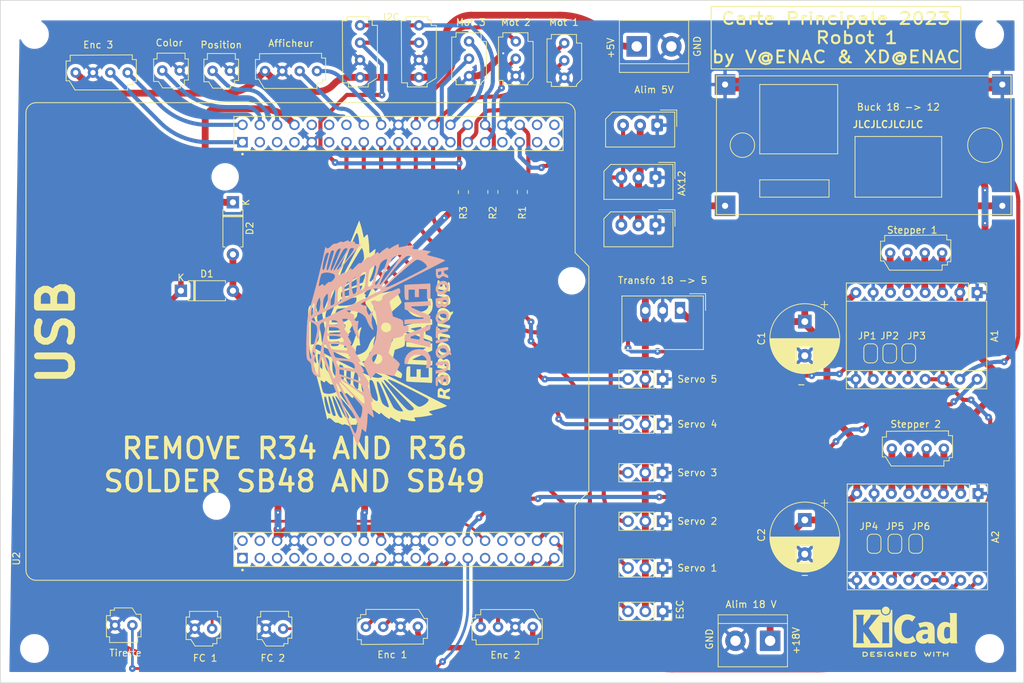
<source format=kicad_pcb>
(kicad_pcb (version 20211014) (generator pcbnew)
  (layers (0 "F.Cu" signal) (31 "B.Cu" signal) (34 "B.Paste" user) (35 "F.Paste" user) (36 "B.SilkS" user "B.Silkscreen") (37 "F.SilkS" user "F.Silkscreen") (38 "B.Mask" user) (39 "F.Mask" user) (44 "Edge.Cuts" user))
  (net 0 "")
  (net 1 "GND")
  (net 2 "+5V")
  (net 3 "Net-(A1-Pad3)")
  (net 4 "Net-(A1-Pad4)")
  (net 5 "Net-(A1-Pad5)")
  (net 6 "Net-(A1-Pad6)")
  (net 7 "+18V")
  (net 8 "Net-(A1-Pad10)")
  (net 9 "Net-(A1-Pad11)")
  (net 10 "Net-(A1-Pad12)")
  (net 11 "+3.3V")
  (net 12 "Stepper1_STP")
  (net 13 "Stepper1_dir")
  (net 14 "Net-(A2-Pad3)")
  (net 15 "Net-(A2-Pad4)")
  (net 16 "Net-(A2-Pad5)")
  (net 17 "Net-(A2-Pad6)")
  (net 18 "Net-(A2-Pad10)")
  (net 19 "Net-(A2-Pad11)")
  (net 20 "Net-(A2-Pad12)")
  (net 21 "Stepper2_STP")
  (net 22 "Stepper2_dir")
  (net 23 "Stepper2_FinCourse")
  (net 24 "Stepper1_FinCourse")
  (net 25 "ESC_PWM")
  (net 26 "Servo1")
  (net 27 "Servo2")
  (net 28 "Servo3")
  (net 29 "Servo4")
  (net 30 "Servo5")
  (net 31 "+12V")
  (net 32 "Signal_AX12A")
  (net 33 "MOT1_PWM")
  (net 34 "MOT1_DIR")
  (net 35 "MOT2_PWM")
  (net 36 "MOT2_DIR")
  (net 37 "MOT3_PWM")
  (net 38 "MOT3_DIR")
  (net 39 "5V_Logic")
  (net 40 "Couleur")
  (net 41 "Position")
  (net 42 "Tirette")
  (net 43 "I2C_SDA")
  (net 44 "I2C_SCL")
  (net 45 "DIO_Afficheur")
  (net 46 "CLK_Afficheur")
  (net 47 "Enc1_A")
  (net 48 "Enc1_B")
  (net 49 "Enc2_A")
  (net 50 "Enc2_B")
  (net 51 "Enc3_A")
  (net 52 "Enc3_B")
  (net 86 "Net-(D1-Pad2)")
  (net 87 "Net-(D2-Pad1)")
  (footprint "Connector_Molex:Molex_SPOX_5267-03A_1x03_P2.50mm_Vertical" (layer "F.Cu") (at 131.024 57.912 180)
    (fp_text reference "J10" hide)
    (fp_text value "Conn_01x03_Male" hide)
  )
  (footprint "Connector_PinSocket_2.54mm:PinSocket_1x03_P2.54mm_Vertical" (layer "F.Cu") (at 132.08 108.204 -90)
    (fp_text reference "Servo 1")
    (fp_text value "Conn_01x03_Male" hide)
  )
  (footprint "Resistor_SMD:R_0805_2012Metric_Pad1.20x1.40mm_HandSolder" (layer "F.Cu") (at 102.87 53.102 90)
    (fp_text reference "R3")
    (fp_text value "2.2k")
  )
  (footprint "library:HE14_EMBASE_1x02" (layer "F.Cu") (at 55.118 116.586 180)
    (fp_text reference "Tirette")
    (fp_text value "Conn_01x02_Male" hide)
  )
  (footprint "Jumper:SolderJumper-2_P1.3mm_Open_RoundedPad1.0x1.5mm" (layer "F.Cu") (at 165.354 76.738 -90)
    (fp_text reference "JP2")
    (fp_text value "SolderJumper_2_Open" hide)
  )
  (footprint "TerminalBlock:TerminalBlock_bornier-2_P5.08mm" (layer "F.Cu") (at 147.828 118.872 180)
    (fp_text reference "Alim 18 V")
    (fp_text value "Screw_Terminal_01x02" hide)
  )
  (footprint "Connector_PinSocket_2.54mm:PinSocket_1x03_P2.54mm_Vertical" (layer "F.Cu") (at 132.08 87.122 -90)
    (fp_text reference "Servo 4")
    (fp_text value "Conn_01x03_Male" hide)
  )
  (footprint "library:HE14_EMBASE_1x04" (layer "F.Cu") (at 87.725 36.287 90)
    (fp_text reference "J23" hide)
    (fp_text value "Conn_01x04_Male" hide)
  )
  (footprint "Symbol:KiCad-Logo2_6mm_SilkScreen" (layer "F.Cu") (at 167.64 116.84)
    (fp_text reference "REF**" hide)
    (fp_text value "KiCad-Logo2_6mm_SilkScreen" hide)
  )
  (footprint "Jumper:SolderJumper-2_P1.3mm_Open_RoundedPad1.0x1.5mm" (layer "F.Cu") (at 162.56 76.738 -90)
    (fp_text reference "JP1")
    (fp_text value "SolderJumper_2_Open" hide)
  )
  (footprint "Resistor_SMD:R_0805_2012Metric_Pad1.20x1.40mm_HandSolder" (layer "F.Cu") (at 107.188 53.086 90)
    (fp_text reference "R2")
    (fp_text value "2.2k")
  )
  (footprint "Jumper:SolderJumper-2_P1.3mm_Open_RoundedPad1.0x1.5mm" (layer "F.Cu") (at 169.164 104.648 -90)
    (fp_text reference "JP6")
    (fp_text value "SolderJumper_2_Open" hide)
  )
  (footprint "library:HE14_EMBASE_1x04" (layer "F.Cu") (at 96.201 116.81 180)
    (fp_text reference "Enc 1")
    (fp_text value "Conn_01x04_Male" hide)
  )
  (footprint "MountingHole:MountingHole_3.2mm_M3" (layer "F.Cu") (at 180 30)
    (fp_text reference "REF**" hide)
    (fp_text value "MountingHole_3.2mm_M3" hide)
  )
  (footprint "library:HE14_EMBASE_1x02" (layer "F.Cu") (at 62.738 117.094)
    (fp_text reference "FC 1")
    (fp_text value "Conn_01x02_Male" hide)
  )
  (footprint "library:HE14_EMBASE_1x04" (layer "F.Cu") (at 46.039 35.59)
    (fp_text reference "Enc 3")
    (fp_text value "Conn_01x04_Male" hide)
  )
  (footprint "Converter_DCDC:Converter_DCDC_TRACO_TSR-1_THT" (layer "F.Cu") (at 134.62 70.4535 180)
    (fp_text reference "Transfo 18 -> 5")
    (fp_text value "TSR_1-2450" hide)
  )
  (footprint "MountingHole:MountingHole_3.2mm_M3" (layer "F.Cu") (at 180 120)
    (fp_text reference "REF**" hide)
    (fp_text value "MountingHole_3.2mm_M3" hide)
  )
  (footprint "library:HE14_EMBASE_1x04" (layer "F.Cu") (at 165.419 62.006)
    (fp_text reference "Stepper 1")
    (fp_text value "Conn_01x04_Male" hide)
  )
  (footprint "library:HE14_EMBASE_1x04" (layer "F.Cu") (at 165.673 90.708)
    (fp_text reference "Stepper 2")
    (fp_text value "Conn_01x04_Male" hide)
  )
  (footprint "library:HE14_EMBASE_1x03" (layer "F.Cu") (at 103.697 36.098 90)
    (fp_text reference "Mot 3")
    (fp_text value "Conn_01x03_Male" hide)
  )
  (footprint "Connector_Molex:Molex_SPOX_5267-03A_1x03_P2.50mm_Vertical" (layer "F.Cu") (at 131.278 43.292 180)
    (fp_text reference "J11" hide)
    (fp_text value "Conn_01x03_Male" hide)
  )
  (footprint "Jumper:SolderJumper-2_P1.3mm_Open_RoundedPad1.0x1.5mm" (layer "F.Cu") (at 168.148 76.738 -90)
    (fp_text reference "JP3")
    (fp_text value "SolderJumper_2_Open" hide)
  )
  (footprint "Jumper:SolderJumper-2_P1.3mm_Open_RoundedPad1.0x1.5mm" (layer "F.Cu") (at 166.116 104.648 -90)
    (fp_text reference "JP5")
    (fp_text value "SolderJumper_2_Open" hide)
  )
  (footprint "MountingHole:MountingHole_3.2mm_M3" (layer "F.Cu") (at 40 120)
    (fp_text reference "REF**" hide)
    (fp_text value "MountingHole_3.2mm_M3" hide)
  )
  (footprint "library:HE14_EMBASE_1x04" (layer "F.Cu") (at 96.361 36.287 90)
    (fp_text reference "I2C")
    (fp_text value "Conn_01x04_Male" hide)
  )
  (footprint "Jumper:SolderJumper-2_P1.3mm_Open_RoundedPad1.0x1.5mm" (layer "F.Cu") (at 163.068 104.648 -90)
    (fp_text reference "JP4")
    (fp_text value "SolderJumper_2_Open" hide)
  )
  (footprint "MountingHole:MountingHole_3.2mm_M3" (layer "F.Cu") (at 40 30)
    (fp_text reference "REF**" hide)
    (fp_text value "MountingHole_3.2mm_M3" hide)
  )
  (footprint "library:HE14_EMBASE_1x02" (layer "F.Cu") (at 73.152 117.094)
    (fp_text reference "FC 2")
    (fp_text value "Conn_01x02_Male" hide)
  )
  (footprint "Diode_THT:D_A-405_P7.62mm_Horizontal" (layer "F.Cu") (at 61.468 67.564)
    (fp_text reference "D1")
    (fp_text value "DIODE")
  )
  (footprint "library:LM2596" (layer "F.Cu") (at 161.544 46.228 180)
    (fp_text reference "Buck 18 -> 12")
    (fp_text value "LM2596")
  )
  (footprint "library:HE14_EMBASE_1x04" (layer "F.Cu") (at 113.03 116.84 180)
    (fp_text reference "Enc 2")
    (fp_text value "Conn_01x04_Male" hide)
  )
  (footprint "Connector_PinSocket_2.54mm:PinSocket_1x03_P2.54mm_Vertical" (layer "F.Cu") (at 132.08 101.346 -90)
    (fp_text reference "Servo 2")
    (fp_text value "Conn_01x03_Male" hide)
  )
  (footprint "library:logo" (layer "F.Cu") (at 90.678 72.39 90)
    (fp_text reference "G***" hide)
    (fp_text value "LOGO" hide)
  )
  (footprint "Module:Pololu_Breakout-16_15.2x20.3mm" (layer "F.Cu") (at 178.175677 67.838 -90)
    (fp_text reference "A1")
    (fp_text value "Pololu_Breakout_A4988" hide)
  )
  (footprint "Capacitor_THT:CP_Radial_D10.0mm_P5.00mm" (layer "F.Cu") (at 152.908 72.084323 -90)
    (fp_text reference "C1")
    (fp_text value "100µF")
  )
  (footprint "library:HE14_EMBASE_1x04" (layer "F.Cu") (at 73.79 35.366)
    (fp_text reference "Afficheur")
    (fp_text value "Conn_01x04_Male" hide)
  )
  (footprint "TerminalBlock:TerminalBlock_bornier-2_P5.08mm" (layer "F.Cu") (at 128.27 31.75)
    (fp_text reference "Alim 5V")
    (fp_text value "Screw_Terminal_01x02" hide)
  )
  (footprint "Resistor_SMD:R_0805_2012Metric_Pad1.20x1.40mm_HandSolder" (layer "F.Cu") (at 111.506 53.086 90)
    (fp_text reference "R1")
    (fp_text value "1k")
  )
  (footprint "library:ST_NUCLEO-F401RE" (layer "F.Cu") (at 80 75 90)
    (fp_text reference "U2")
    (fp_text value "NUCLEO-F476RG")
  )
  (footprint "Connector_PinSocket_2.54mm:PinSocket_1x03_P2.54mm_Vertical" (layer "F.Cu") (at 132.08 114.554 -90)
    (fp_text reference "ESC")
    (fp_text value "Conn_01x03_Male" hide)
  )
  (footprint "Module:Pololu_Breakout-16_15.2x20.3mm" (layer "F.Cu") (at 178.308 97.292 -90)
    (fp_text reference "A2")
    (fp_text value "Pololu_Breakout_A4988" hide)
  )
  (footprint "library:HE14_EMBASE_1x03" (layer "F.Cu") (at 110.555 36.098 90)
    (fp_text reference "Mot 2")
    (fp_text value "Conn_01x03_Male" hide)
  )
  (footprint "Capacitor_THT:CP_Radial_D10.0mm_P5.00mm" (layer "F.Cu") (at 152.908 101.163938 -90)
    (fp_text reference "C2")
    (fp_text value "100µF")
  )
  (footprint "library:HE14_EMBASE_1x02" (layer "F.Cu") (at 65.343 35.336)
    (fp_text reference "Position")
    (fp_text value "Conn_01x02_Male" hide)
  )
  (footprint "Connector_PinSocket_2.54mm:PinSocket_1x03_P2.54mm_Vertical" (layer "F.Cu") (at 132.065 94.234 -90)
    (fp_text reference "Servo 3")
    (fp_text value "Conn_01x03_Male" hide)
  )
  (footprint "Connector_PinSocket_2.54mm:PinSocket_1x03_P2.54mm_Vertical" (layer "F.Cu") (at 132.08 80.518 -90)
    (fp_text reference "Servo 5")
    (fp_text value "Conn_01x03_Male" hide)
  )
  (footprint "library:HE14_EMBASE_1x03" (layer "F.Cu") (at 117.667 36.352 90)
    (fp_text reference "Mot 1")
    (fp_text value "Conn_01x03_Male" hide)
  )
  (footprint "Diode_THT:D_A-405_P7.62mm_Horizontal" (layer "F.Cu") (at 69.088 54.61 -90)
    (fp_text reference "D2")
    (fp_text value "DIODE")
  )
  (footprint "Connector_Molex:Molex_SPOX_5267-03A_1x03_P2.50mm_Vertical" (layer "F.Cu") (at 131.024 50.962 180)
    (fp_text reference "AX12")
    (fp_text value "Conn_01x03_Male" hide)
  )
  (footprint "library:HE14_EMBASE_1x02" (layer "F.Cu") (at 57.977 35.286)
    (fp_text reference "Color")
    (fp_text value "Conn_01x02_Male" hide)
  )
  (footprint "library:logo" (layer "B.Cu") (at 90.424 75.184 -90)
    (fp_text reference "G***" hide)
    (fp_text value "LOGO" hide)
  )
  (gr_rect (start 139.192 35.052) (end 175.768 25.908) (layer "F.SilkS") (width 0.15) (fill none))
  (gr_rect (start 35 25) (end 185 125) (layer "Edge.Cuts") (width 0.1) (fill none))
  (gr_text "-" (at 152.908 109.22) (layer "F.SilkS") (effects (font (size 1 1))))
  (gr_text "+18V" (at 151.638 118.872 90) (layer "F.SilkS") (effects (font (size 1 1))))
  (gr_text "GND" (at 137.16 31.75 90) (layer "F.SilkS") (effects (font (size 1 1))))
  (gr_text "+5V" (at 124.46 32.004 90) (layer "F.SilkS") (effects (font (size 1 1))))
  (gr_text "JLCJLCJLCJLC" (at 165.1 43.18) (layer "F.SilkS") (effects (font (size 1 1) (thickness 0.2))))
  (gr_text "USB" (at 43.18 73.66 90) (layer "F.SilkS") (effects (font (size 5 5) (thickness 1))))
  (gr_text "GND" (at 138.938 118.618 90) (layer "F.SilkS") (effects (font (size 1 1))))
  (gr_text "Carte Principale 2023\n    Robot 1\nby V@ENAC & XD@ENAC" (at 157.48 30.48) (layer "F.SilkS") (effects (font (size 1.75 2) (thickness 0.3))))
  (gr_text "REMOVE R34 AND R36\nSOLDER SB48 AND SB49" (at 78.105 93.091) (layer "F.SilkS") (effects (font (size 3 3) (thickness 0.5))))
  (gr_text "-" (at 152.4 81.28) (layer "F.SilkS") (effects (font (size 1 1))))
  (segment (start 141.224 37.338) (end 181.864 37.338) (width 2) (layer "F.Cu") (net 1))
  (segment (start 103.697 36.098) (end 104.551573 36.098) (width 1) (layer "F.Cu") (net 1))
  (segment (start 105.965787 35.512213) (end 108.712 32.766) (width 1) (layer "F.Cu") (net 1))
  (via (at 108.712 32.766) (size 1) (drill 0.3) (layers "F.Cu" "B.Cu") (net 1))
  (arc (start 104.551573 36.098) (mid 105.31694 35.945759) (end 105.965787 35.512213) (width 1) (layer "F.Cu") (net 1))
  (segment (start 175.768 97.292) (end 175.768 91.772136) (width 1) (layer "F.Cu") (net 2))
  (segment (start 178.696932 84.701068) (end 180.516214 82.881786) (width 1) (layer "F.Cu") (net 2))
  (segment (start 175.635677 67.838) (end 175.635677 67.76275) (width 1) (layer "F.Cu") (net 2))
  (segment (start 148.066135 56.657865) (end 142.823398 61.900602) (width 1) (layer "F.Cu") (net 2))
  (segment (start 129.525 101.331) (end 129.54 101.346) (width 1) (layer "F.Cu") (net 2))
  (segment (start 129.54 80.518) (end 129.54 87.122) (width 1) (layer "F.Cu") (net 2))
  (segment (start 129.54 70.4535) (end 129.54 80.518) (width 1) (layer "F.Cu") (net 2))
  (segment (start 179.324 61.174932) (end 179.324 57.658) (width 1) (layer "F.Cu") (net 2))
  (segment (start 129.54 94.219) (end 129.525 94.234) (width 1) (layer "F.Cu") (net 2))
  (segment (start 129.54 68.646427) (end 129.54 70.4535) (width 1) (layer "F.Cu") (net 2))
  (segment (start 129.54 108.204) (end 129.54 114.554) (width 1) (layer "F.Cu") (net 2))
  (segment (start 181.102 81.467573) (end 181.102 80.584427) (width 1) (layer "F.Cu") (net 2))
  (segment (start 132.216797 66.294) (end 131.892427 66.294) (width 1) (layer "F.Cu") (net 2))
  (segment (start 130.478213 66.879787) (end 130.125786 67.232214) (width 1) (layer "F.Cu") (net 2))
  (segment (start 179.324 52.832) (end 179.324 52.484214) (width 1) (layer "F.Cu") (net 2))
  (segment (start 179.031107 51.777107) (end 178.639786 51.385786) (width 1) (layer "F.Cu") (net 2))
  (segment (start 129.54 87.122) (end 129.54 94.219) (width 1) (layer "F.Cu") (net 2))
  (segment (start 180.516213 79.170213) (end 176.80725 75.46125) (width 1) (layer "F.Cu") (net 2))
  (segment (start 175.635677 72.632823) (end 175.635677 67.838) (width 1) (layer "F.Cu") (net 2))
  (segment (start 176.221464 66.348536) (end 177.859534 64.710466) (width 1) (layer "F.Cu") (net 2))
  (segment (start 177.225573 50.8) (end 162.208271 50.8) (width 1) (layer "F.Cu") (net 2))
  (segment (start 129.54 101.346) (end 129.54 108.204) (width 1) (layer "F.Cu") (net 2))
  (segment (start 129.525 94.234) (end 129.525 101.331) (width 1) (layer "F.Cu") (net 2))
  (via (at 179.324 52.832) (size 1) (drill 0.3) (layers "F.Cu" "B.Cu") (net 2))
  (via (at 179.324 57.658) (size 1) (drill 0.3) (layers "F.Cu" "B.Cu") (net 2))
  (arc (start 176.221464 66.348536) (mid 175.787918 66.997383) (end 175.635677 67.76275) (width 1) (layer "F.Cu") (net 2))
  (arc (start 177.859534 64.710466) (mid 178.943398 63.088349) (end 179.324 61.174932) (width 1) (layer "F.Cu") (net 2))
  (arc (start 181.102 81.467573) (mid 180.949759 82.23294) (end 180.516214 82.881786) (width 1) (layer "F.Cu") (net 2))
  (arc (start 131.892427 66.294) (mid 131.12706 66.446241) (end 130.478213 66.879787) (width 1) (layer "F.Cu") (net 2))
  (arc (start 148.066135 56.657865) (mid 154.554602 52.32241) (end 162.208271 50.8) (width 1) (layer "F.Cu") (net 2))
  (arc (start 175.635677 72.632823) (mid 175.940159 74.163557) (end 176.80725 75.46125) (width 1) (layer "F.Cu") (net 2))
  (arc (start 129.54 68.646427) (mid 129.692241 67.88106) (end 130.125786 67.232214) (width 1) (layer "F.Cu") (net 2))
  (arc (start 142.823398 61.900602) (mid 137.957048 65.152193) (end 132.216797 66.294) (width 1) (layer "F.Cu") (net 2))
  (arc (start 178.639786 51.385786) (mid 177.99094 50.952241) (end 177.225573 50.8) (width 1) (layer "F.Cu") (net 2))
  (arc (start 181.102 80.584427) (mid 180.949759 79.81906) (end 180.516213 79.170213) (width 1) (layer "F.Cu") (net 2))
  (arc (start 175.768 91.772136) (mid 176.529205 87.945302) (end 178.696932 84.701068) (width 1) (layer "F.Cu") (net 2))
  (arc (start 179.031107 51.777107) (mid 179.24788 52.10153) (end 179.324 52.484214) (width 1) (layer "F.Cu") (net 2))
  (segment (start 179.324 57.658) (end 179.324 52.832) (width 1) (layer "B.Cu") (net 2))
  (segment (start 173.039 67.781323) (end 173.095677 67.838) (width 1) (layer "F.Cu") (net 3))
  (segment (start 173.039 62.006) (end 173.039 67.781323) (width 1) (layer "F.Cu") (net 3))
  (segment (start 170.499 67.781323) (end 170.555677 67.838) (width 1) (layer "F.Cu") (net 4))
  (segment (start 170.499 62.006) (end 170.499 67.781323) (width 1) (layer "F.Cu") (net 4))
  (segment (start 167.959 67.781323) (end 168.015677 67.838) (width 1) (layer "F.Cu") (net 5))
  (segment (start 167.959 62.006) (end 167.959 67.781323) (width 1) (layer "F.Cu") (net 5))
  (segment (start 165.419 62.006) (end 165.419 67.781323) (width 1) (layer "F.Cu") (net 6))
  (segment (start 165.419 67.781323) (end 165.475677 67.838) (width 1) (layer "F.Cu") (net 6))
  (segment (start 152.908 101.163938) (end 154.584994 101.163938) (width 1) (layer "F.Cu") (net 7))
  (segment (start 152.908 101.163938) (end 150.756932 103.315006) (width 1) (layer "F.Cu") (net 7))
  (segment (start 152.908 72.39) (end 156.149354 75.631354) (width 1) (layer "F.Cu") (net 7))
  (segment (start 166.448136 55.118) (end 181.864 55.118) (width 1) (layer "F.Cu") (net 7))
  (segment (start 152.908 72.084323) (end 137.493464 72.084323) (width 1) (layer "F.Cu") (net 7))
  (segment (start 156.149354 83.212286) (end 156.149354 75.631354) (width 1) (layer "F.Cu") (net 7))
  (segment (start 152.908 72.084323) (end 152.908 68.658136) (width 1) (layer "F.Cu") (net 7))
  (segment (start 156.149354 75.631354) (end 156.149354 75.398031) (width 1) (layer "F.Cu") (net 7))
  (segment (start 155.836932 61.587068) (end 159.377068 58.046932) (width 1) (layer "F.Cu") (net 7))
  (segment (start 147.828 110.386074) (end 147.828 118.872) (width 1) (layer "F.Cu") (net 7))
  (segment (start 158.120528 99.699472) (end 160.528 97.292) (width 1) (layer "F.Cu") (net 7))
  (segment (start 159.063534 88.197534) (end 157.61382 86.74782) (width 1) (layer "F.Cu") (net 7))
  (segment (start 158.4925 69.741177) (end 160.395677 67.838) (width 1) (layer "F.Cu") (net 7))
  (segment (start 135.372143 71.205643) (end 134.62 70.4535) (width 1) (layer "F.Cu") (net 7))
  (segment (start 160.528 97.292) (end 160.528 91.733068) (width 1) (layer "F.Cu") (net 7))
  (segment (start 152.908 72.084323) (end 152.908 72.39) (width 1) (layer "F.Cu") (net 7))
  (arc (start 160.528 91.733068) (mid 160.147398 89.819651) (end 159.063534 88.197534) (width 1) (layer "F.Cu") (net 7))
  (arc (start 147.828 110.386074) (mid 148.589205 106.55924) (end 150.756932 103.315006) (width 1) (layer "F.Cu") (net 7))
  (arc (start 159.377068 58.046932) (mid 162.621302 55.879204) (end 166.448136 55.118) (width 1) (layer "F.Cu") (net 7))
  (arc (start 137.493464 72.084323) (mid 136.345413 71.855961) (end 135.372143 71.205643) (width 1) (layer "F.Cu") (net 7))
  (arc (start 156.149354 75.398031) (mid 156.758318 72.336564) (end 158.4925 69.741177) (width 1) (layer "F.Cu") (net 7))
  (arc (start 155.836932 61.587068) (mid 153.669204 64.831302) (end 152.908 68.658136) (width 1) (layer "F.Cu") (net 7))
  (arc (start 156.149354 83.212286) (mid 156.529956 85.125703) (end 157.61382 86.74782) (width 1) (layer "F.Cu") (net 7))
  (arc (start 158.120528 99.699472) (mid 156.498411 100.783336) (end 154.584994 101.163938) (width 1) (layer "F.Cu") (net 7))
  (segment (start 162.56 80.162323) (end 162.935677 80.538) (width 0.6) (layer "F.Cu") (net 8))
  (segment (start 162.56 77.388) (end 162.56 80.162323) (width 0.6) (layer "F.Cu") (net 8))
  (segment (start 165.354 80.416323) (end 165.475677 80.538) (width 0.6) (layer "F.Cu") (net 9))
  (segment (start 165.354 77.388) (end 165.354 80.416323) (width 0.6) (layer "F.Cu") (net 9))
  (segment (start 168.148 80.405677) (end 168.015677 80.538) (width 0.6) (layer "F.Cu") (net 10))
  (segment (start 168.148 77.388) (end 168.148 80.405677) (width 0.6) (layer "F.Cu") (net 10))
  (segment (start 176.156932 102.481068) (end 177.165 101.473) (width 0.6) (layer "F.Cu") (net 11))
  (segment (start 134.231068 77.081068) (end 134.189786 77.039786) (width 0.6) (layer "F.Cu") (net 11))
  (segment (start 169.164 103.998) (end 166.116 103.998) (width 0.6) (layer "F.Cu") (net 11))
  (segment (start 168.148 76.088) (end 165.354 76.088) (width 0.6) (layer "F.Cu") (net 11))
  (segment (start 177.292 83.566) (end 176.123677 83.566) (width 0.6) (layer "F.Cu") (net 11))
  (segment (start 124.071068 66.651068) (end 111.506 54.086) (width 0.6) (layer "F.Cu") (net 11))
  (segment (start 103.648 54.086) (end 102.87 54.864) (width 0.6) (layer "F.Cu") (net 11))
  (segment (start 176.123677 83.566) (end 173.095677 80.538) (width 0.6) (layer "F.Cu") (net 11))
  (segment (start 127 75.946) (end 127 73.722136) (width 0.6) (layer "F.Cu") (net 11))
  (segment (start 173.095677 80.538) (end 173.095677 78.724904) (width 0.6) (layer "F.Cu") (net 11))
  (segment (start 107.188 54.086) (end 103.648 54.086) (width 0.6) (layer "F.Cu") (net 11))
  (segment (start 88.392 100.076) (end 88.392 68.58) (width 1) (layer "F.Cu") (net 11))
  (segment (start 177.165 101.473) (end 178.621534 100.016466) (width 0.6) (layer "F.Cu") (net 11))
  (segment (start 173.228 109.992) (end 173.228 109.552136) (width 0.6) (layer "F.Cu") (net 11))
  (segment (start 173.228 109.992) (end 170.688 109.992) (width 0.6) (layer "F.Cu") (net 11))
  (segment (start 111.506 54.086) (end 107.188 54.086) (width 0.6) (layer "F.Cu") (net 11))
  (segment (start 172.568932 103.998) (end 169.164 103.998) (width 0.6) (layer "F.Cu") (net 11))
  (segment (start 132.775573 76.454) (end 131.318 76.454) (width 0.6) (layer "F.Cu") (net 11))
  (segment (start 172.50989 77.31069) (end 172.458773 77.259573) (width 0.6) (layer "F.Cu") (net 11))
  (segment (start 153.924 80.01) (end 141.302136 80.01) (width 0.6) (layer "F.Cu") (net 11))
  (segment (start 180.086 86.36) (end 179.832 86.106) (width 0.6) (layer "F.Cu") (net 11))
  (segment (start 161.656 76.088) (end 157.988 79.756) (width 0.6) (layer "F.Cu") (net 11))
  (segment (start 162.56 76.088) (end 161.656 76.088) (width 0.6) (layer "F.Cu") (net 11))
  (segment (start 162.56 76.088) (end 165.354 76.088) (width 0.6) (layer "F.Cu") (net 11))
  (segment (start 100.076 56.896) (end 102.87 54.102) (width 1) (layer "F.Cu") (net 11))
  (segment (start 173.095677 80.538) (end 170.555677 80.538) (width 0.6) (layer "F.Cu") (net 11))
  (segment (start 169.630346 76.088) (end 168.148 76.088) (width 0.6) (layer "F.Cu") (net 11))
  (segment (start 177.165 101.473) (end 176.104466 102.533534) (width 0.6) (layer "F.Cu") (net 11))
  (segment (start 163.068 103.998) (end 166.116 103.998) (width 0.6) (layer "F.Cu") (net 11))
  (segment (start 102.87 54.864) (end 102.87 54.102) (width 0.6) (layer "F.Cu") (net 11))
  (segment (start 180.086 96.480932) (end 180.086 86.36) (width 0.6) (layer "F.Cu") (net 11))
  (via (at 157.988 79.756) (size 1) (drill 0.3) (layers "F.Cu" "B.Cu") (net 11))
  (via (at 127 75.946) (size 1) (drill 0.3) (layers "F.Cu" "B.Cu") (net 11))
  (via (at 177.292 83.566) (size 1) (drill 0.3) (layers "F.Cu" "B.Cu") (net 11))
  (via (at 88.392 100.076) (size 1) (drill 0.3) (layers "F.Cu" "B.Cu") (net 11))
  (via (at 88.392 68.58) (size 1) (drill 0.3) (layers "F.Cu" "B.Cu") (net 11))
  (via (at 179.832 86.106) (size 1) (drill 0.3) (layers "F.Cu" "B.Cu") (net 11))
  (via (at 153.924 80.01) (size 1) (drill 0.3) (layers "F.Cu" "B.Cu") (net 11))
  (via (at 131.318 76.454) (size 1) (drill 0.3) (layers "F.Cu" "B.Cu") (net 11))
  (via (at 100.076 56.896) (size 1) (drill 0.3) (layers "F.Cu" "B.Cu") (net 11))
  (arc (start 134.231068 77.081068) (mid 137.475302 79.248796) (end 141.302136 80.01) (width 0.6) (layer "F.Cu") (net 11))
  (arc (start 172.568932 103.998) (mid 174.482349 103.617398) (end 176.104466 102.533534) (width 0.6) (layer "F.Cu") (net 11))
  (arc (start 176.156932 102.481068) (mid 173.989204 105.725302) (end 173.228 109.552136) (width 0.6) (layer "F.Cu") (net 11))
  (arc (start 172.50989 77.31069) (mid 172.943436 77.959537) (end 173.095677 78.724904) (width 0.6) (layer "F.Cu") (net 11))
  (arc (start 127 73.722136) (mid 126.238795 69.895302) (end 124.071068 66.651068) (width 0.6) (layer "F.Cu") (net 11))
  (arc (start 178.621534 100.016466) (mid 179.705398 98.394349) (end 180.086 96.480932) (width 0.6) (layer "F.Cu") (net 11))
  (arc (start 132.775573 76.454) (mid 133.54094 76.606241) (end 134.189786 77.039786) (width 0.6) (layer "F.Cu") (net 11))
  (arc (start 172.458773 77.259573) (mid 171.16108 76.392482) (end 169.630346 76.088) (width 0.6) (layer "F.Cu") (net 11))
  (segment (start 88.27 104.21) (end 88.27 100.198) (width 1) (layer "B.Cu") (net 11))
  (segment (start 131.318 76.454) (end 127.508 76.454) (width 0.6) (layer "B.Cu") (net 11))
  (segment (start 157.988 79.756) (end 154.178 79.756) (width 0.6) (layer "B.Cu") (net 11))
  (segment (start 179.832 86.106) (end 177.292 83.566) (width 0.6) (layer "B.Cu") (net 11))
  (segment (start 88.27 100.198) (end 88.392 100.076) (width 1) (layer "B.Cu") (net 11))
  (segment (start 127.508 76.454) (end 127 75.946) (width 0.6) (layer "B.Cu") (net 11))
  (segment (start 88.392 68.58) (end 100.076 56.896) (width 1) (layer "B.Cu") (net 11))
  (segment (start 154.178 79.756) (end 153.924 80.01) (width 0.6) (layer "B.Cu") (net 11))
  (segment (start 184.2 73.824932) (end 184.2 54.505281) (width 0.6) (layer "F.Cu") (net 12))
  (segment (start 115.062 49.276) (end 114.554 49.276) (width 0.6) (layer "F.Cu") (net 12))
  (segment (start 182.118 77.978) (end 182.735534 77.360466) (width 0.6) (layer "F.Cu") (net 12))
  (segment (start 164.535729 40.64) (end 131.982271 40.64) (width 0.6) (layer "F.Cu") (net 12))
  (segment (start 117.840135 46.497865) (end 115.062 49.276) (width 0.6) (layer "F.Cu") (net 12))
  (segment (start 182.44264 50.26264) (end 178.677864 46.497864) (width 0.6) (layer "F.Cu") (net 12))
  (segment (start 114.554 49.276) (end 114.3 49.53) (width 0.6) (layer "F.Cu") (net 12))
  (via (at 114.3 49.53) (size 1) (drill 0.3) (layers "F.Cu" "B.Cu") (net 12))
  (via (at 182.118 77.978) (size 1) (drill 0.3) (layers "F.Cu" "B.Cu") (net 12))
  (arc (start 178.677864 46.497864) (mid 172.189397 42.162409) (end 164.535729 40.64) (width 0.6) (layer "F.Cu") (net 12))
  (arc (start 182.44264 50.26264) (mid 183.743277 52.20918) (end 184.2 54.505281) (width 0.6) (layer "F.Cu") (net 12))
  (arc (start 182.735534 77.360466) (mid 183.819398 75.738349) (end 184.2 73.824932) (width 0.6) (layer "F.Cu") (net 12))
  (arc (start 131.982271 40.64) (mid 124.328602 42.16241) (end 117.840135 46.497865) (width 0.6) (layer "F.Cu") (net 12))
  (segment (start 175.852531 80.321146) (end 175.635677 80.538) (width 0.6) (layer "B.Cu") (net 12))
  (segment (start 112.776 49.53) (end 111.13 47.884) (width 0.6) (layer "B.Cu") (net 12))
  (segment (start 111.13 47.884) (end 111.13 45.79) (width 0.6) (layer "B.Cu") (net 12))
  (segment (start 182.118 77.978) (end 181.509385 77.978) (width 0.6) (layer "B.Cu") (net 12))
  (segment (start 114.3 49.53) (end 112.776 49.53) (width 0.6) (layer "B.Cu") (net 12))
  (arc (start 175.852531 80.321146) (mid 178.447918 78.586964) (end 181.509385 77.978) (width 0.6) (layer "B.Cu") (net 12))
  (segment (start 157.48 89.662) (end 152.280932 94.861068) (width 0.6) (layer "F.Cu") (net 13))
  (segment (start 174.356323 84.215677) (end 174.752 83.82) (width 0.6) (layer "F.Cu") (net 13))
  (segment (start 169.100459 84.215677) (end 174.356323 84.215677) (width 0.6) (layer "F.Cu") (net 13))
  (segment (start 162.029391 87.144609) (end 161.29 87.884) (width 0.6) (layer "F.Cu") (net 13))
  (segment (start 113.792 98.044) (end 110.021068 98.044) (width 0.6) (layer "F.Cu") (net 13))
  (segment (start 145.209864 97.79) (end 131.572 97.79) (width 0.6) (layer "F.Cu") (net 13))
  (segment (start 106.485534 99.508466) (end 105.156 100.838) (width 0.6) (layer "F.Cu") (net 13))
  (via (at 113.792 98.044) (size 1) (drill 0.3) (layers "F.Cu" "B.Cu") (net 13))
  (via (at 161.29 87.884) (size 1) (drill 0.3) (layers "F.Cu" "B.Cu") (net 13))
  (via (at 105.156 100.838) (size 1) (drill 0.3) (layers "F.Cu" "B.Cu") (net 13))
  (via (at 174.752 83.82) (size 1) (drill 0.3) (layers "F.Cu" "B.Cu") (net 13))
  (via (at 131.572 97.79) (size 1) (drill 0.3) (layers "F.Cu" "B.Cu") (net 13))
  (via (at 157.48 89.662) (size 1) (drill 0.3) (layers "F.Cu" "B.Cu") (net 13))
  (arc (start 169.100459 84.215677) (mid 165.273625 84.976882) (end 162.029391 87.144609) (width 0.6) (layer "F.Cu") (net 13))
  (arc (start 106.485534 99.508466) (mid 108.107651 98.424602) (end 110.021068 98.044) (width 0.6) (layer "F.Cu") (net 13))
  (arc (start 145.209864 97.79) (mid 149.036698 97.028795) (end 152.280932 94.861068) (width 0.6) (layer "F.Cu") (net 13))
  (segment (start 114.046 97.79) (end 113.792 98.044) (width 0.6) (layer "B.Cu") (net 13))
  (segment (start 103.51 104.21) (end 103.51 103.312427) (width 0.6) (layer "B.Cu") (net 13))
  (segment (start 104.095787 101.898213) (end 105.156 100.838) (width 0.6) (layer "B.Cu") (net 13))
  (segment (start 174.893677 83.82) (end 174.752 83.82) (width 0.6) (layer "B.Cu") (net 13))
  (segment (start 161.29 87.884) (end 160.086427 87.884) (width 0.6) (layer "B.Cu") (net 13))
  (segment (start 178.175677 80.538) (end 174.893677 83.82) (width 0.6) (layer "B.Cu") (net 13))
  (segment (start 131.572 97.79) (end 114.046 97.79) (width 0.6) (layer "B.Cu") (net 13))
  (segment (start 158.672213 88.469787) (end 157.48 89.662) (width 0.6) (layer "B.Cu") (net 13))
  (arc (start 104.095787 101.898213) (mid 103.662241 102.54706) (end 103.51 103.312427) (width 0.6) (layer "B.Cu") (net 13))
  (arc (start 160.086427 87.884) (mid 159.32106 88.036241) (end 158.672213 88.469787) (width 0.6) (layer "B.Cu") (net 13))
  (segment (start 173.293 97.227) (end 173.228 97.292) (width 1) (layer "F.Cu") (net 14))
  (segment (start 173.293 90.708) (end 173.293 97.227) (width 1) (layer "F.Cu") (net 14))
  (segment (start 170.688 97.292) (end 170.688 90.773) (width 1) (layer "F.Cu") (net 15))
  (segment (start 170.688 90.773) (end 170.753 90.708) (width 1) (layer "F.Cu") (net 15))
  (segment (start 168.213 97.227) (end 168.148 97.292) (width 1) (layer "F.Cu") (net 16))
  (segment (start 168.213 90.708) (end 168.213 97.227) (width 1) (layer "F.Cu") (net 16))
  (segment (start 165.673 97.227) (end 165.608 97.292) (width 1) (layer "F.Cu") (net 17))
  (segment (start 165.673 90.708) (end 165.673 97.227) (width 1) (layer "F.Cu") (net 17))
  (segment (start 163.068 105.298) (end 163.068 109.992) (width 0.6) (layer "F.Cu") (net 18))
  (segment (start 166.116 109.484) (end 165.608 109.992) (width 0.6) (layer "F.Cu") (net 19))
  (segment (start 166.116 105.298) (end 166.116 109.484) (width 0.6) (layer "F.Cu") (net 19))
  (segment (start 169.164 108.976) (end 168.148 109.992) (width 0.6) (layer "F.Cu") (net 20))
  (segment (start 169.164 105.298) (end 169.164 108.976) (width 0.6) (layer "F.Cu") (net 20))
  (segment (start 119.126 107.617864) (end 119.126 104.460427) (width 0.6) (layer "F.Cu") (net 21))
  (segment (start 126.434854 119.068854) (end 122.054932 114.688932) (width 0.6) (layer "F.Cu") (net 21))
  (segment (start 117.027573 102.362) (end 116.346427 102.362) (width 0.6) (layer "F.Cu") (net 21))
  (segment (start 175.768 109.992) (end 170.205865 115.554135) (width 0.6) (layer "F.Cu") (net 21))
  (segment (start 114.932213 102.947787) (end 113.67 104.21) (width 0.6) (layer "F.Cu") (net 21))
  (segment (start 118.540213 103.046213) (end 118.441786 102.947786) (width 0.6) (layer "F.Cu") (net 21))
  (segment (start 156.063729 121.412) (end 132.091708 121.412) (width 0.6) (layer "F.Cu") (net 21))
  (arc (start 122.054932 114.688932) (mid 119.887204 111.444698) (end 119.126 107.617864) (width 0.6) (layer "F.Cu") (net 21))
  (arc (start 117.027573 102.362) (mid 117.79294 102.514241) (end 118.441786 102.947786) (width 0.6) (layer "F.Cu") (net 21))
  (arc (start 170.205865 115.554135) (mid 163.717398 119.889591) (end 156.063729 121.412) (width 0.6) (layer "F.Cu") (net 21))
  (arc (start 116.346427 102.362) (mid 115.58106 102.514241) (end 114.932213 102.947787) (width 0.6) (layer "F.Cu") (net 21))
  (arc (start 132.091708 121.412) (mid 129.030241 120.803036) (end 126.434854 119.068854) (width 0.6) (layer "F.Cu") (net 21))
  (arc (start 119.126 104.460427) (mid 118.973759 103.69506) (end 118.540213 103.046213) (width 0.6) (layer "F.Cu") (net 21))
  (segment (start 117.856 106.684427) (end 117.856 109.649864) (width 0.6) (layer "F.Cu") (net 22))
  (segment (start 172.432331 115.867669) (end 178.308 109.992) (width 0.6) (layer "F.Cu") (net 22))
  (segment (start 133.467203 123.19) (end 154.754661 123.19) (width 0.6) (layer "F.Cu") (net 22))
  (segment (start 120.784932 116.720932) (end 122.860602 118.796602) (width 0.6) (layer "F.Cu") (net 22))
  (segment (start 116.21 104.21) (end 117.270214 105.270214) (width 0.6) (layer "F.Cu") (net 22))
  (arc (start 133.467203 123.19) (mid 127.726952 122.048193) (end 122.860602 118.796602) (width 0.6) (layer "F.Cu") (net 22))
  (arc (start 172.432331 115.867669) (mid 164.321747 121.286988) (end 154.754661 123.19) (width 0.6) (layer "F.Cu") (net 22))
  (arc (start 117.856 109.649864) (mid 118.617205 113.476698) (end 120.784932 116.720932) (width 0.6) (layer "F.Cu") (net 22))
  (arc (start 117.856 106.684427) (mid 117.703759 105.91906) (end 117.270214 105.270214) (width 0.6) (layer "F.Cu") (net 22))
  (segment (start 81.930466 115.629534) (end 90.81 106.75) (width 0.4) (layer "F.Cu") (net 23))
  (segment (start 76.454 117.094) (end 78.394932 117.094) (width 0.4) (layer "F.Cu") (net 23))
  (arc (start 78.394932 117.094) (mid 80.308349 116.713398) (end 81.930466 115.629534) (width 0.4) (layer "F.Cu") (net 23))
  (segment (start 66.04 117.094) (end 66.04 106.465068) (width 0.4) (layer "F.Cu") (net 24))
  (segment (start 104.650466 102.810466) (end 106.05 104.21) (width 0.4) (layer "F.Cu") (net 24))
  (segment (start 71.159068 101.346) (end 101.114932 101.346) (width 0.4) (layer "F.Cu") (net 24))
  (segment (start 67.504466 102.929534) (end 67.623534 102.810466) (width 0.4) (layer "F.Cu") (net 24))
  (arc (start 101.114932 101.346) (mid 103.028349 101.726602) (end 104.650466 102.810466) (width 0.4) (layer "F.Cu") (net 24))
  (arc (start 67.623534 102.810466) (mid 69.245651 101.726602) (end 71.159068 101.346) (width 0.4) (layer "F.Cu") (net 24))
  (arc (start 67.504466 102.929534) (mid 66.420602 104.551651) (end 66.04 106.465068) (width 0.4) (layer "F.Cu") (net 24))
  (segment (start 85.73 54.27701) (end 85.73 45.79) (width 0.6) (layer "F.Cu") (net 25))
  (segment (start 118.677534 99.881534) (end 95.130932 76.334932) (width 0.6) (layer "F.Cu") (net 25))
  (segment (start 120.142 103.553864) (end 120.142 103.417068) (width 0.6) (layer "F.Cu") (net 25))
  (segment (start 90.44464 64.79064) (end 89.830505 64.176505) (width 0.6) (layer "F.Cu") (net 25))
  (segment (start 127 114.554) (end 123.070932 110.624932) (width 0.6) (layer "F.Cu") (net 25))
  (segment (start 92.202 69.263864) (end 92.202 69.033281) (width 0.6) (layer "F.Cu") (net 25))
  (arc (start 118.677534 99.881534) (mid 119.761398 101.503651) (end 120.142 103.417068) (width 0.6) (layer "F.Cu") (net 25))
  (arc (start 92.202 69.033281) (mid 91.745277 66.73718) (end 90.44464 64.79064) (width 0.6) (layer "F.Cu") (net 25))
  (arc (start 123.070932 110.624932) (mid 120.903204 107.380698) (end 120.142 103.553864) (width 0.6) (layer "F.Cu") (net 25))
  (arc (start 92.202 69.263864) (mid 92.963205 73.090698) (end 95.130932 76.334932) (width 0.6) (layer "F.Cu") (net 25))
  (arc (start 85.73 54.27701) (mid 86.795687 59.634578) (end 89.830505 64.176505) (width 0.6) (layer "F.Cu") (net 25))
  (segment (start 127 108.204) (end 124.340932 105.544932) (width 0.6) (layer "F.Cu") (net 26))
  (segment (start 118.483068 90.797068) (end 91.784718 64.098718) (width 0.6) (layer "F.Cu") (net 26))
  (segment (start 121.412 98.473864) (end 121.412 97.868136) (width 0.6) (layer "F.Cu") (net 26))
  (segment (start 88.27 55.613437) (end 88.27 45.79) (width 0.6) (layer "F.Cu") (net 26))
  (arc (start 91.784718 64.098718) (mid 89.183445 60.205638) (end 88.27 55.613437) (width 0.6) (layer "F.Cu") (net 26))
  (arc (start 118.483068 90.797068) (mid 120.650796 94.041302) (end 121.412 97.868136) (width 0.6) (layer "F.Cu") (net 26))
  (arc (start 124.340932 105.544932) (mid 122.173204 102.300698) (end 121.412 98.473864) (width 0.6) (layer "F.Cu") (net 26))
  (segment (start 121.489787 89.231787) (end 121.979534 89.721534) (width 0.6) (layer "F.Cu") (net 27))
  (segment (start 120.904 87.200136) (end 120.904 87.817573) (width 0.6) (layer "F.Cu") (net 27))
  (segment (start 112.776 74.93) (end 117.975068 80.129068) (width 0.6) (layer "F.Cu") (net 27))
  (segment (start 126.558427 101.346) (end 127 101.346) (width 0.6) (layer "F.Cu") (net 27))
  (segment (start 123.444 93.257068) (end 123.444 97.403146) (width 0.6) (layer "F.Cu") (net 27))
  (segment (start 124.615573 100.231573) (end 125.144214 100.760214) (width 0.6) (layer "F.Cu") (net 27))
  (segment (start 98.43 45.79) (end 98.43 56.133146) (width 0.6) (layer "F.Cu") (net 27))
  (segment (start 99.601573 58.961573) (end 112.776 72.136) (width 0.6) (layer "F.Cu") (net 27))
  (via (at 112.776 72.136) (size 1) (drill 0.3) (layers "F.Cu" "B.Cu") (net 27))
  (via (at 112.776 74.93) (size 1) (drill 0.3) (layers "F.Cu" "B.Cu") (net 27))
  (arc (start 98.43 56.133146) (mid 98.734482 57.66388) (end 99.601573 58.961573) (width 0.6) (layer "F.Cu") (net 27))
  (arc (start 121.979534 89.721534) (mid 123.063398 91.343651) (end 123.444 93.257068) (width 0.6) (layer "F.Cu") (net 27))
  (arc (start 124.615573 100.231573) (mid 123.748482 98.93388) (end 123.444 97.403146) (width 0.6) (layer "F.Cu") (net 27))
  (arc (start 120.904 87.200136) (mid 120.142795 83.373302) (end 117.975068 80.129068) (width 0.6) (layer "F.Cu") (net 27))
  (arc (start 126.558427 101.346) (mid 125.79306 101.193759) (end 125.144214 100.760214) (width 0.6) (layer "F.Cu") (net 27))
  (arc (start 121.489787 89.231787) (mid 121.056241 88.58294) (end 120.904 87.817573) (width 0.6) (layer "F.Cu") (net 27))
  (segment (start 112.776 72.136) (end 112.776 74.93) (width 0.6) (layer "B.Cu") (net 27))
  (segment (start 124.46 79.033068) (end 124.46 92.803786) (width 0.6) (layer "F.Cu") (net 28))
  (segment (start 97.64736 59.80136) (end 110.041534 72.195534) (width 0.6) (layer "F.Cu") (net 28))
  (segment (start 95.89 45.79) (end 95.89 55.558719) (width 0.6) (layer "F.Cu") (net 28))
  (segment (start 113.577068 73.66) (end 119.086932 73.66) (width 0.6) (layer "F.Cu") (net 28))
  (segment (start 126.304427 94.234) (end 126.985 94.234) (width 0.6) (layer "F.Cu") (net 28))
  (segment (start 122.622466 75.124466) (end 122.995534 75.497534) (width 0.6) (layer "F.Cu") (net 28))
  (segment (start 124.752893 93.510893) (end 124.890214 93.648214) (width 0.6) (layer "F.Cu") (net 28))
  (arc (start 124.46 92.803786) (mid 124.53612 93.186469) (end 124.752893 93.510893) (width 0.6) (layer "F.Cu") (net 28))
  (arc (start 95.89 55.558719) (mid 96.346723 57.85482) (end 97.64736 59.80136) (width 0.6) (layer "F.Cu") (net 28))
  (arc (start 126.304427 94.234) (mid 125.53906 94.081759) (end 124.890214 93.648214) (width 0.6) (layer "F.Cu") (net 28))
  (arc (start 110.041534 72.195534) (mid 111.663651 73.279398) (end 113.577068 73.66) (width 0.6) (layer "F.Cu") (net 28))
  (arc (start 124.46 79.033068) (mid 124.079398 77.119651) (end 122.995534 75.497534) (width 0.6) (layer "F.Cu") (net 28))
  (arc (start 122.622466 75.124466) (mid 121.000349 74.040602) (end 119.086932 73.66) (width 0.6) (layer "F.Cu") (net 28))
  (segment (start 90.81 45.79) (end 90.81 55.425864) (width 0.6) (layer "F.Cu") (net 29))
  (segment (start 116.84 86.012214) (end 116.84 86.36) (width 0.6) (layer "F.Cu") (net 29))
  (segment (start 93.738932 62.496932) (end 116.547107 85.305107) (width 0.6) (layer "F.Cu") (net 29))
  (via (at 116.84 86.36) (size 1) (drill 0.3) (layers "F.Cu" "B.Cu") (net 29))
  (arc (start 116.547107 85.305107) (mid 116.76388 85.62953) (end 116.84 86.012214) (width 0.6) (layer "F.Cu") (net 29))
  (arc (start 93.738932 62.496932) (mid 91.571204 59.252698) (end 90.81 55.425864) (width 0.6) (layer "F.Cu") (net 29))
  (segment (start 127 87.122) (end 118.016214 87.122) (width 0.6) (layer "B.Cu") (net 29))
  (segment (start 117.309107 86.829107) (end 116.84 86.36) (width 0.6) (layer "B.Cu") (net 29))
  (arc (start 118.016214 87.122) (mid 117.633531 87.04588) (end 117.309107 86.829107) (width 0.6) (layer "B.Cu") (net 29))
  (segment (start 114.554 80.518) (end 114.808 80.518) (width 0.6) (layer "F.Cu") (net 30))
  (segment (start 93.35 45.79) (end 93.35 56.000292) (width 0.6) (layer "F.Cu") (net 30))
  (segment (start 95.693146 61.657146) (end 114.554 80.518) (width 0.6) (layer "F.Cu") (net 30))
  (via (at 114.808 80.518) (size 1) (drill 0.3) (layers "F.Cu" "B.Cu") (net 30))
  (arc (start 95.693146 61.657146) (mid 93.958964 59.061759) (end 93.35 56.000292) (width 0.6) (layer "F.Cu") (net 30))
  (segment (start 114.808 80.518) (end 127 80.518) (width 0.6) (layer "B.Cu") (net 30))
  (segment (start 128.778 50.708) (end 128.524 50.962) (width 1) (layer "F.Cu") (net 31))
  (segment (start 128.524 51.908573) (end 128.524 50.962) (width 1) (layer "F.Cu") (net 31))
  (segment (start 141.224 55.118) (end 132.976068 55.118) (width 1) (layer "F.Cu") (net 31))
  (segment (start 128.524 57.912) (end 128.524 50.962) (width 1) (layer "F.Cu") (net 31))
  (segment (start 129.440534 53.653534) (end 129.109786 53.322786) (width 1) (layer "F.Cu") (net 31))
  (segment (start 128.778 43.292) (end 128.778 50.708) (width 1) (layer "F.Cu") (net 31))
  (arc (start 129.440534 53.653534) (mid 131.062651 54.737398) (end 132.976068 55.118) (width 1) (layer "F.Cu") (net 31))
  (arc (start 129.109786 53.322786) (mid 128.676241 52.67394) (end 128.524 51.908573) (width 1) (layer "F.Cu") (net 31))
  (segment (start 126.278 43.292) (end 126.278 50.708) (width 0.6) (layer "F.Cu") (net 32))
  (segment (start 126.024 50.962) (end 112.63 50.962) (width 0.6) (layer "F.Cu") (net 32))
  (segment (start 111.506 52.086) (end 112.395 51.197) (width 0.6) (layer "F.Cu") (net 32))
  (segment (start 126.278 50.708) (end 126.024 50.962) (width 0.6) (layer "F.Cu") (net 32))
  (segment (start 112.395 51.197) (end 112.395 44.929214) (width 0.6) (layer "F.Cu") (net 32))
  (segment (start 126.024 57.912) (end 126.024 50.962) (width 0.6) (layer "F.Cu") (net 32))
  (segment (start 112.63 50.962) (end 111.506 52.086) (width 0.6) (layer "F.Cu") (net 32))
  (segment (start 112.102107 44.222107) (end 111.13 43.25) (width 0.6) (layer "F.Cu") (net 32))
  (arc (start 112.102107 44.222107) (mid 112.31888 44.54653) (end 112.395 44.929214) (width 0.6) (layer "F.Cu") (net 32))
  (segment (start 112.674146 38.804854) (end 117.667 33.812) (width 0.6) (layer "F.Cu") (net 33))
  (segment (start 106.777233 41.148) (end 107.017292 41.148) (width 0.6) (layer "F.Cu") (net 33))
  (segment (start 104.775 43.150233) (end 104.775 44.110786) (width 0.6) (layer "F.Cu") (net 33))
  (segment (start 106.070126 41.440893) (end 105.067893 42.443126) (width 0.6) (layer "F.Cu") (net 33))
  (segment (start 104.482107 44.817893) (end 103.51 45.79) (width 0.6) (layer "F.Cu") (net 33))
  (arc (start 104.482107 44.817893) (mid 104.69888 44.49347) (end 104.775 44.110786) (width 0.6) (layer "F.Cu") (net 33))
  (arc (start 106.777233 41.148) (mid 106.39455 41.22412) (end 106.070126 41.440893) (width 0.6) (layer "F.Cu") (net 33))
  (arc (start 107.017292 41.148) (mid 110.078759 40.539036) (end 112.674146 38.804854) (width 0.6) (layer "F.Cu") (net 33))
  (arc (start 105.067893 42.443126) (mid 104.85112 42.767549) (end 104.775 43.150233) (width 0.6) (layer "F.Cu") (net 33))
  (segment (start 106.706136 39.116) (end 107.337719 39.116) (width 0.6) (layer "F.Cu") (net 34))
  (segment (start 111.58036 37.35864) (end 117.667 31.272) (width 0.6) (layer "F.Cu") (net 34))
  (segment (start 99.635068 42.044932) (end 98.43 43.25) (width 0.6) (layer "F.Cu") (net 34))
  (arc (start 106.706136 39.116) (mid 102.879302 39.877205) (end 99.635068 42.044932) (width 0.6) (layer "F.Cu") (net 34))
  (arc (start 107.337719 39.116) (mid 109.63382 38.659277) (end 111.58036 37.35864) (width 0.6) (layer "F.Cu") (net 34))
  (segment (start 110.555 33.558) (end 109.336679 34.776321) (width 0.6) (layer "F.Cu") (net 35))
  (segment (start 108.458 36.897641) (end 108.458 37.846) (width 0.6) (layer "F.Cu") (net 35))
  (via (at 108.458 37.846) (size 1) (drill 0.3) (layers "F.Cu" "B.Cu") (net 35))
  (arc (start 108.458 36.897641) (mid 108.686361 35.749591) (end 109.336679 34.776321) (width 0.6) (layer "F.Cu") (net 35))
  (segment (start 107.325 40.014534) (end 107.325 43.479466) (width 0.6) (layer "B.Cu") (net 35))
  (segment (start 108.458 37.846) (end 108.057233 38.246767) (width 0.6) (layer "B.Cu") (net 35))
  (segment (start 106.592767 45.247233) (end 106.05 45.79) (width 0.6) (layer "B.Cu") (net 35))
  (arc (start 106.592767 45.247233) (mid 107.134699 44.436175) (end 107.325 43.479466) (width 0.6) (layer "B.Cu") (net 35))
  (arc (start 108.057233 38.246767) (mid 107.515301 39.057825) (end 107.325 40.014534) (width 0.6) (layer "B.Cu") (net 35))
  (segment (start 95.89 43.247281) (end 95.89 43.25) (width 0.6) (layer "F.Cu") (net 36))
  (segment (start 102.030213 29.541787) (end 101.892893 29.679107) (width 0.6) (layer "F.Cu") (net 36))
  (segment (start 106.007719 28.956) (end 103.444427 28.956) (width 0.6) (layer "F.Cu") (net 36))
  (segment (start 110.555 31.018) (end 110.250359 30.713359) (width 0.6) (layer "F.Cu") (net 36))
  (segment (start 101.6 30.386214) (end 101.6 32.980932) (width 0.6) (layer "F.Cu") (net 36))
  (segment (start 100.135534 36.516466) (end 97.647359 39.004641) (width 0.6) (layer "F.Cu") (net 36))
  (arc (start 102.030213 29.541787) (mid 102.67906 29.108241) (end 103.444427 28.956) (width 0.6) (layer "F.Cu") (net 36))
  (arc (start 101.892893 29.679107) (mid 101.67612 30.00353) (end 101.6 30.386214) (width 0.6) (layer "F.Cu") (net 36))
  (arc (start 100.135534 36.516466) (mid 101.219398 34.894349) (end 101.6 32.980932) (width 0.6) (layer "F.Cu") (net 36))
  (arc (start 97.647359 39.004641) (mid 96.346723 40.951181) (end 95.89 43.247281) (width 0.6) (layer "F.Cu") (net 36))
  (arc (start 110.250359 30.713359) (mid 108.303819 29.412723) (end 106.007719 28.956) (width 0.6) (layer "F.Cu") (net 36))
  (segment (start 99.705 44.525) (end 100.97 45.79) (width 0.6) (layer "B.Cu") (net 37))
  (segment (start 103.697 33.558) (end 99.705 37.55) (width 0.6) (layer "B.Cu") (net 37))
  (segment (start 99.705 37.55) (end 99.705 44.525) (width 0.6) (layer "B.Cu") (net 37))
  (segment (start 103.697 31.018) (end 104.199534 31.520534) (width 0.6) (layer "B.Cu") (net 38))
  (segment (start 105.664 35.056068) (end 105.664 36.484932) (width 0.6) (layer "B.Cu") (net 38))
  (segment (start 104.199534 40.020466) (end 100.97 43.25) (width 0.6) (layer "B.Cu") (net 38))
  (arc (start 104.199534 31.520534) (mid 105.283398 33.142651) (end 105.664 35.056068) (width 0.6) (layer "B.Cu") (net 38))
  (arc (start 104.199534 40.020466) (mid 105.283398 38.398349) (end 105.664 36.484932) (width 0.6) (layer "B.Cu") (net 38))
  (segment (start 117.015864 27.178) (end 104.018854 27.178) (width 1) (layer "F.Cu") (net 39))
  (segment (start 124.85132 30.87132) (end 124.086932 30.106932) (width 1) (layer "F.Cu") (net 39))
  (segment (start 80.870427 120.043573) (end 80.341786 120.572214) (width 0.8) (layer "F.Cu") (net 39))
  (segment (start 97.028 118.872) (end 96.493893 118.337893) (width 0.8) (layer "F.Cu") (net 39))
  (segment (start 96.201 117.630786) (end 96.201 116.81) (width 0.8) (layer "F.Cu") (net 39))
  (segment (start 46.039 35.59) (end 54.145669 43.696669) (width 1) (layer "F.Cu") (net 39))
  (segment (start 61.468 67.564) (end 61.468 61.374339) (width 0.8) (layer "F.Cu") (net 39))
  (segment (start 97.028 118.872) (end 97.121786 118.872) (width 0.8) (layer "F.Cu") (net 39))
  (segment (start 96.996573 36.287) (end 96.361 36.287) (width 1) (layer "F.Cu") (net 39))
  (segment (start 47.29964 36.85064) (end 46.039 35.59) (width 1) (layer "F.Cu") (net 39))
  (segment (start 98.865534 35.246466) (end 98.410786 35.701214) (width 1) (layer "F.Cu") (net 39))
  (segment (start 100.33 30.038427) (end 100.33 31.710932) (width 1) (layer "F.Cu") (net 39))
  (segment (start 75.313534 36.889534) (end 73.79 35.366) (width 1) (layer "F.Cu") (net 39))
  (segment (start 96.361 36.287) (end 87.725 36.287) (width 1) (layer "F.Cu") (net 39))
  (segment (start 128.27 31.75) (end 126.972641 31.75) (width 1) (layer "F.Cu") (net 39))
  (segment (start 113.03 118.457786) (end 113.03 116.84) (width 0.8) (layer "F.Cu") (net 39))
  (segment (start 68.062719 38.608) (end 51.542281 38.608) (width 1) (layer "F.Cu") (net 39))
  (segment (start 83.99232 37.16568) (end 83.682679 37.475321) (width 1) (layer "F.Cu") (net 39))
  (segment (start 73.79 35.366) (end 72.305359 36.850641) (width 1) (layer "F.Cu") (net 39))
  (segment (start 98.966214 119.888) (end 111.185573 119.888) (width 0.8) (layer "F.Cu") (net 39))
  (segment (start 48.26 111.158) (end 48.26 91.127339) (width 0.8) (layer "F.Cu") (net 39))
  (segment (start 112.599787 119.302213) (end 112.737107 119.164893) (width 0.8) (layer "F.Cu") (net 39))
  (segment (start 97.028 118.872) (end 83.698854 118.872) (width 0.8) (layer "F.Cu") (net 39))
  (segment (start 55.582331 73.449669) (end 61.468 67.564) (width 0.8) (layer "F.Cu") (net 39))
  (segment (start 81.561359 38.354) (end 78.849068 38.354) (width 1) (layer "F.Cu") (net 39))
  (segment (start 87.725 36.287) (end 86.113641 36.287) (width 1) (layer "F.Cu") (net 39))
  (segment (start 78.927573 121.158) (end 58.26 121.158) (width 0.8) (layer "F.Cu") (net 39))
  (segment (start 101.190427 28.349573) (end 100.915786 28.624214) (width 1) (layer "F.Cu") (net 39))
  (segment (start 97.828893 119.164893) (end 98.259107 119.595107) (width 0.8) (layer "F.Cu") (net 39))
  (arc (start 112.599787 119.302213) (mid 111.95094 119.735759) (end 111.185573 119.888) (width 0.8) (layer "F.Cu") (net 39))
  (arc (start 78.849068 38.354) (mid 76.935651 37.973398) (end 75.313534 36.889534) (width 1) (layer "F.Cu") (net 39))
  (arc (start 104.018854 27.178) (mid 102.48812 27.482482) (end 101.190427 28.349573) (width 1) (layer "F.Cu") (net 39))
  (arc (start 51.542281 38.608) (mid 49.24618 38.151277) (end 47.29964 36.85064) (width 1) (layer "F.Cu") (net 39))
  (arc (start 96.201 117.630786) (mid 96.27712 118.013469) (end 96.493893 118.337893) (width 0.8) (layer "F.Cu") (net 39))
  (arc (start 98.410786 35.701214) (mid 97.76194 36.134759) (end 96.996573 36.287) (width 1) (layer "F.Cu") (net 39))
  (arc (start 80.870427 120.043573) (mid 82.16812 119.176482) (end 83.698854 118.872) (width 0.8) (layer "F.Cu") (net 39))
  (arc (start 98.259107 119.595107) (mid 98.58353 119.81188) (end 98.966214 119.888) (width 0.8) (layer "F.Cu") (net 39))
  (arc (start 86.113641 36.287) (mid 84.96559 36.515362) (end 83.99232 37.16568) (width 1) (layer "F.Cu") (net 39))
  (arc (start 81.561359 38.354) (mid 82.709409 38.125639) (end 83.682679 37.475321) (width 1) (layer "F.Cu") (net 39))
  (arc (start 54.145669 43.696669) (mid 59.564988 51.807253) (end 61.468 61.374339) (width 0.8) (layer "F.Cu") (net 39))
  (arc (start 117.015864 27.178) (mid 120.842698 27.939205) (end 124.086932 30.106932) (width 1) (layer "F.Cu") (net 39))
  (arc (start 124.85132 30.87132) (mid 125.82459 31.521639) (end 126.972641 31.75) (width 1) (layer "F.Cu") (net 39))
  (arc (start 100.33 30.038427) (mid 100.482241 29.27306) (end 100.915786 28.624214) (width 1) (layer "F.Cu") (net 39))
  (arc (start 48.26 91.127339) (mid 50.163012 81.560253) (end 55.582331 73.449669) (width 0.8) (layer "F.Cu") (net 39))
  (arc (start 100.33 31.710932) (mid 99.949398 33.624349) (end 98.865534 35.246466) (width 1) (layer "F.Cu") (net 39))
  (arc (start 58.26 121.158) (mid 51.188932 118.229068) (end 48.26 111.158) (width 0.8) (layer "F.Cu") (net 39))
  (arc (start 113.03 118.457786) (mid 112.95388 118.840469) (end 112.737107 119.164893) (width 0.8) (layer "F.Cu") (net 39))
  (arc (start 97.121786 118.872) (mid 97.504469 118.94812) (end 97.828893 119.164893) (width 0.8) (layer "F.Cu") (net 39))
  (arc (start 72.305359 36.850641) (mid 70.358819 38.151277) (end 68.062719 38.608) (width 1) (layer "F.Cu") (net 39))
  (arc (start 80.341786 120.572214) (mid 79.69294 121.005759) (end 78.927573 121.158) (width 0.8) (layer "F.Cu") (net 39))
  (segment (start 71.053573 40.64) (end 68.235136 40.64) (width 0.6) (layer "B.Cu") (net 40))
  (segment (start 72.737107 41.495107) (end 72.467786 41.225786) (width 0.6) (layer "B.Cu") (net 40))
  (segment (start 73.03 43.25) (end 73.03 42.202214) (width 0.6) (layer "B.Cu") (net 40))
  (segment (start 61.164068 37.711068) (end 58.739 35.286) (width 0.6) (layer "B.Cu") (net 40))
  (arc (start 68.235136 40.64) (mid 64.408302 39.878795) (end 61.164068 37.711068) (width 0.6) (layer "B.Cu") (net 40))
  (arc (start 71.053573 40.64) (mid 71.81894 40.792241) (end 72.467786 41.225786) (width 0.6) (layer "B.Cu") (net 40))
  (arc (start 72.737107 41.495107) (mid 72.95388 41.81953) (end 73.03 42.202214) (width 0.6) (layer "B.Cu") (net 40))
  (segment (start 66.105 35.336) (end 67.990321 37.221321) (width 0.6) (layer "B.Cu") (net 41))
  (segment (start 73.26868 38.97868) (end 74.691321 40.401321) (width 0.6) (layer "B.Cu") (net 41))
  (segment (start 70.111641 38.1) (end 71.147359 38.1) (width 0.6) (layer "B.Cu") (net 41))
  (segment (start 75.57 42.522641) (end 75.57 43.25) (width 0.6) (layer "B.Cu") (net 41))
  (arc (start 74.691321 40.401321) (mid 75.341639 41.374591) (end 75.57 42.522641) (width 0.6) (layer "B.Cu") (net 41))
  (arc (start 67.990321 37.221321) (mid 68.963591 37.871639) (end 70.111641 38.1) (width 0.6) (layer "B.Cu") (net 41))
  (arc (start 73.26868 38.97868) (mid 72.29541 38.328361) (end 71.147359 38.1) (width 0.6) (layer "B.Cu") (net 41))
  (segment (start 99.822 121.92) (end 99.695 122.047) (width 0.4) (layer "F.Cu") (net 42))
  (segment (start 99.098893 122.643107) (end 99.695 122.047) (width 0.4) (layer "F.Cu") (net 42))
  (segment (start 54.356 122.936) (end 98.391786 122.936) (width 0.4) (layer "F.Cu") (net 42))
  (via (at 54.356 122.936) (size 1) (drill 0.3) (layers "F.Cu" "B.Cu") (net 42))
  (via (at 99.822 121.92) (size 1) (drill 0.3) (layers "F.Cu" "B.Cu") (net 42))
  (arc (start 99.098893 122.643107) (mid 98.77447 122.85988) (end 98.391786 122.936) (width 0.4) (layer "F.Cu") (net 42))
  (segment (start 54.356 116.586) (end 54.356 122.936) (width 0.4) (layer "B.Cu") (net 42))
  (segment (start 103.51 106.75) (end 103.51 114.089864) (width 0.4) (layer "B.Cu") (net 42))
  (segment (start 100.581068 121.160932) (end 99.695 122.047) (width 0.4) (layer "B.Cu") (net 42))
  (arc (start 100.581068 121.160932) (mid 102.748796 117.916698) (end 103.51 114.089864) (width 0.4) (layer "B.Cu") (net 42))
  (segment (start 85.789019 38.862) (end 90.932 38.862) (width 0.6) (layer "F.Cu") (net 43))
  (segment (start 87.725 31.207) (end 96.361 31.207) (width 0.6) (layer "F.Cu") (net 43))
  (segment (start 84.074 48.768) (end 83.947 48.641) (width 0.6) (layer "F.Cu") (net 43))
  (segment (start 102.245 44.515) (end 103.51 43.25) (width 0.6) (layer "F.Cu") (net 43))
  (segment (start 81.915 46.609) (end 81.915 42.736019) (width 0.6) (layer "F.Cu") (net 43))
  (segment (start 83.947 48.641) (end 81.915 46.609) (width 0.6) (layer "F.Cu") (net 43))
  (segment (start 81.915 42.736019) (end 85.789019 38.862) (width 0.6) (layer "F.Cu") (net 43))
  (segment (start 102.245 48.885) (end 102.245 44.515) (width 0.6) (layer "F.Cu") (net 43))
  (segment (start 102.245 51.477) (end 102.245 48.885) (width 0.6) (layer "F.Cu") (net 43))
  (segment (start 102.87 52.102) (end 102.245 51.477) (width 0.6) (layer "F.Cu") (net 43))
  (via (at 84.074 48.768) (size 1) (drill 0.3) (layers "F.Cu" "B.Cu") (net 43))
  (via (at 102.245 48.885) (size 1) (drill 0.3) (layers "F.Cu" "B.Cu") (net 43))
  (via (at 90.932 38.862) (size 1) (drill 0.3) (layers "F.Cu" "B.Cu") (net 43))
  (segment (start 102.245 48.885) (end 84.191 48.885) (width 0.6) (layer "B.Cu") (net 43))
  (segment (start 90.932 38.862) (end 90.932 34.414) (width 0.6) (layer "B.Cu") (net 43))
  (segment (start 90.932 34.414) (end 87.725 31.207) (width 0.6) (layer "B.Cu") (net 43))
  (segment (start 84.191 48.885) (end 84.074 48.768) (width 0.6) (layer "B.Cu") (net 43))
  (segment (start 107.188 52.086) (end 107.325 51.949) (width 0.6) (layer "F.Cu") (net 44))
  (segment (start 107.032107 44.232107) (end 106.05 43.25) (width 0.6) (layer "F.Cu") (net 44))
  (segment (start 96.361 28.667) (end 87.725 28.667) (width 0.6) (layer "F.Cu") (net 44))
  (segment (start 107.325 51.949) (end 107.325 44.939214) (width 0.6) (layer "F.Cu") (net 44))
  (arc (start 107.032107 44.232107) (mid 107.24888 44.55653) (end 107.325 44.939214) (width 0.6) (layer "F.Cu") (net 44))
  (segment (start 107.188 36.810466) (end 107.188 34.489281) (width 0.6) (layer "B.Cu") (net 44))
  (segment (start 106.342893 38.691107) (end 106.455767 38.578233) (width 0.6) (layer "B.Cu") (net 44))
  (segment (start 106.05 43.25) (end 106.05 39.398214) (width 0.6) (layer "B.Cu") (net 44))
  (segment (start 105.430641 30.246641) (end 103.851 28.667) (width 0.6) (layer "B.Cu") (net 44))
  (segment (start 103.851 28.667) (end 96.361 28.667) (width 0.6) (layer "B.Cu") (net 44))
  (arc (start 106.342893 38.691107) (mid 106.12612 39.01553) (end 106.05 39.398214) (width 0.6) (layer "B.Cu") (net 44))
  (arc (start 107.188 34.489281) (mid 106.731277 32.193181) (end 105.430641 30.246641) (width 0.6) (layer "B.Cu") (net 44))
  (arc (start 106.455767 38.578233) (mid 106.997699 37.767175) (end 107.188 36.810466) (width 0.6) (layer "B.Cu") (net 44))
  (segment (start 83.95866 40.45466) (end 78.87 35.366) (width 0.6) (layer "B.Cu") (net 45))
  (segment (start 85.085573 40.894) (end 85.01932 40.894) (width 0.6) (layer "B.Cu") (net 45))
  (segment (start 88.27 43.25) (end 86.499786 41.479786) (width 0.6) (layer "B.Cu") (net 45))
  (arc (start 85.085573 40.894) (mid 85.85094 41.046241) (end 86.499786 41.479786) (width 0.6) (layer "B.Cu") (net 45))
  (arc (start 85.01932 40.894) (mid 84.445295 40.779819) (end 83.95866 40.45466) (width 0.6) (layer "B.Cu") (net 45))
  (segment (start 90.678 42.992427) (end 90.678 43.118) (width 0.6) (layer "B.Cu") (net 46))
  (segment (start 84.75868 36.24468) (end 90.092214 41.578214) (width 0.6) (layer "B.Cu") (net 46))
  (segment (start 81.41 35.366) (end 82.637359 35.366) (width 0.6) (layer "B.Cu") (net 46))
  (segment (start 90.678 43.118) (end 90.81 43.25) (width 0.6) (layer "B.Cu") (net 46))
  (arc (start 84.75868 36.24468) (mid 83.78541 35.594361) (end 82.637359 35.366) (width 0.6) (layer "B.Cu") (net 46))
  (arc (start 90.678 42.992427) (mid 90.525759 42.22706) (end 90.092214 41.578214) (width 0.6) (layer "B.Cu") (net 46))
  (segment (start 100.97 106.961) (end 100.97 106.75) (width 0.6) (layer "F.Cu") (net 47))
  (segment (start 91.121 116.81) (end 100.97 106.961) (width 0.6) (layer "F.Cu") (net 47))
  (segment (start 98.43 106.961) (end 98.43 106.75) (width 0.6) (layer "F.Cu") (net 48))
  (segment (start 88.581 116.81) (end 98.43 106.961) (width 0.6) (layer "F.Cu") (net 48))
  (segment (start 107.95 116.84) (end 107.95 115.838427) (width 0.6) (layer "F.Cu") (net 49))
  (segment (start 108.535787 114.424213) (end 116.21 106.75) (width 0.6) (layer "F.Cu") (net 49))
  (arc (start 107.95 115.838427) (mid 108.102241 115.07306) (end 108.535787 114.424213) (width 0.6) (layer "F.Cu") (net 49))
  (segment (start 105.41 116.84) (end 105.41 115.838427) (width 0.6) (layer "F.Cu") (net 50))
  (segment (start 105.995787 114.424213) (end 113.67 106.75) (width 0.6) (layer "F.Cu") (net 50))
  (arc (start 105.995787 114.424213) (mid 105.562241 115.07306) (end 105.41 115.838427) (width 0.6) (layer "F.Cu") (net 50))
  (segment (start 70.49 45.79) (end 65.461136 45.79) (width 0.6) (layer "B.Cu") (net 51))
  (segment (start 58.390068 42.861068) (end 51.119 35.59) (width 0.6) (layer "B.Cu") (net 51))
  (arc (start 65.461136 45.79) (mid 61.634302 45.028795) (end 58.390068 42.861068) (width 0.6) (layer "B.Cu") (net 51))
  (segment (start 58.390068 40.321068) (end 53.659 35.59) (width 0.6) (layer "B.Cu") (net 52))
  (segment (start 70.49 43.25) (end 65.461136 43.25) (width 0.6) (layer "B.Cu") (net 52))
  (arc (start 65.461136 43.25) (mid 61.634302 42.488795) (end 58.390068 40.321068) (width 0.6) (layer "B.Cu") (net 52))
  (segment (start 75.57 103.85) (end 76.375 103.045) (width 1) (layer "F.Cu") (net 86))
  (segment (start 69.088 67.564) (end 69.088 62.23) (width 1) (layer "F.Cu") (net 86))
  (segment (start 71.591495 70.067495) (end 69.088 67.564) (width 1) (layer "F.Cu") (net 86))
  (segment (start 75.692 100.076) (end 75.692 79.96699) (width 1) (layer "F.Cu") (net 86))
  (segment (start 75.57 104.21) (end 75.57 102.484) (width 1) (layer "F.Cu") (net 86))
  (segment (start 90.81 104.21) (end 90.81 103.670214) (width 1) (layer "F.Cu") (net 86))
  (segment (start 89.087573 102.362) (end 77.886427 102.362) (width 1) (layer "F.Cu") (net 86))
  (segment (start 90.517107 102.963107) (end 90.501786 102.947786) (width 1) (layer "F.Cu") (net 86))
  (segment (start 75.57 102.484) (end 75.692 102.362) (width 1) (layer "F.Cu") (net 86))
  (segment (start 75.57 104.21) (end 75.57 103.85) (width 1) (layer "F.Cu") (net 86))
  (via (at 75.692 100.076) (size 1) (drill 0.3) (layers "F.Cu" "B.Cu") (net 86))
  (via (at 75.692 102.362) (size 1) (drill 0.3) (layers "F.Cu" "B.Cu") (net 86))
  (arc (start 89.087573 102.362) (mid 89.85294 102.514241) (end 90.501786 102.947786) (width 1) (layer "F.Cu") (net 86))
  (arc (start 71.591495 70.067495) (mid 74.626314 74.609422) (end 75.692 79.96699) (width 1) (layer "F.Cu") (net 86))
  (arc (start 90.517107 102.963107) (mid 90.73388 103.28753) (end 90.81 103.670214) (width 1) (layer "F.Cu") (net 86))
  (arc (start 76.472213 102.947787) (mid 77.12106 102.514241) (end 77.886427 102.362) (width 1) (layer "F.Cu") (net 86))
  (segment (start 75.692 102.362) (end 75.692 100.076) (width 1) (layer "B.Cu") (net 86))
  (segment (start 66.602213 54.024213) (end 65.609786 53.031786) (width 1) (layer "F.Cu") (net 87))
  (segment (start 65.024 51.617573) (end 65.024 42.324214) (width 1) (layer "F.Cu") (net 87))
  (segment (start 65.316893 41.617107) (end 65.747107 41.186893) (width 1) (layer "F.Cu") (net 87))
  (segment (start 66.454214 40.894) (end 73.268719 40.894) (width 1) (layer "F.Cu") (net 87))
  (segment (start 77.51136 42.65136) (end 78.11 43.25) (width 1) (layer "F.Cu") (net 87))
  (segment (start 69.088 54.61) (end 68.016427 54.61) (width 1) (layer "F.Cu") (net 87))
  (arc (start 65.316893 41.617107) (mid 65.10012 41.94153) (end 65.024 42.324214) (width 1) (layer "F.Cu") (net 87))
  (arc (start 65.609786 53.031786) (mid 65.176241 52.38294) (end 65.024 51.617573) (width 1) (layer "F.Cu") (net 87))
  (arc (start 66.602213 54.024213) (mid 67.25106 54.457759) (end 68.016427 54.61) (width 1) (layer "F.Cu") (net 87))
  (arc (start 77.51136 42.65136) (mid 75.56482 41.350723) (end 73.268719 40.894) (width 1) (layer "F.Cu") (net 87))
  (arc (start 65.747107 41.186893) (mid 66.07153 40.97012) (end 66.454214 40.894) (width 1) (layer "F.Cu") (net 87))
  (zone (net 1) (net_name "GND") (layer "B.Cu") (connect_pads (clearance 0.508)) (min_thickness 0.254) (fill yes (thermal_gap 0.508) (thermal_bridge_width 0.508))
    (polygon (pts (xy 183.896 123.444) (xy 36.322 123.444) (xy 37.846 27.94) (xy 183.642 27.94)))
  )
)
</source>
